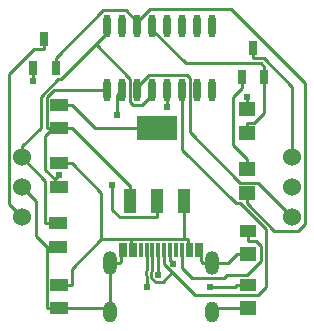
<source format=gtl>
G04 Layer: TopLayer*
G04 EasyEDA v6.5.15, 2022-09-30 09:11:36*
G04 c4fc160ae67e4dbf9a9ecab7d7680e70,7db2125e4611476bb2993bf99425ef50,10*
G04 Gerber Generator version 0.2*
G04 Scale: 100 percent, Rotated: No, Reflected: No *
G04 Dimensions in millimeters *
G04 leading zeros omitted , absolute positions ,4 integer and 5 decimal *
%FSLAX45Y45*%
%MOMM*%

%AMMACRO1*21,1,$1,$2,0,0,$3*%
%ADD10C,0.2540*%
%ADD11R,1.5500X1.0000*%
%ADD12R,0.7000X1.2500*%
%ADD13MACRO1,1.377X1.1325X0.0000*%
%ADD14R,1.3770X1.1325*%
%ADD15R,1.4500X1.1600*%
%ADD16O,0.6020054X1.9709892*%
%ADD17R,1.0922X2.1590*%
%ADD18R,3.5052X2.1590*%
%ADD19R,0.3000X1.3000*%
%ADD20O,1.1999976X1.7999964*%
%ADD21O,1.1999976X1.9999959999999999*%
%ADD22C,1.5240*%
%ADD23C,0.6100*%
%ADD24C,0.0190*%

%LPD*%
D10*
X8506815Y10731423D02*
G01*
X8254136Y10731423D01*
X8004809Y11377599D02*
G01*
X8254136Y11128273D01*
X8254136Y10731423D01*
X9017990Y10638332D02*
G01*
X8987002Y10638332D01*
X8538997Y10638332D02*
G01*
X8506993Y10638332D01*
X7899400Y10348899D02*
G01*
X8004809Y10348899D01*
X8506993Y10638332D02*
G01*
X8506993Y10731245D01*
X8954770Y11020653D02*
G01*
X8954770Y10993120D01*
X8954770Y11056620D02*
G01*
X8954770Y11020653D01*
X8254136Y10731423D02*
G01*
X8004809Y10482097D01*
X8004809Y10348899D01*
X7899400Y11377599D02*
G01*
X8004809Y11377599D01*
X8954770Y10993120D02*
G01*
X8954770Y10920755D01*
X8506993Y10731245D02*
G01*
X8506815Y10731423D01*
X8987002Y10731245D02*
G01*
X8986824Y10731423D01*
X8954770Y10731423D01*
X8954770Y10731423D02*
G01*
X8506815Y10731423D01*
X8987002Y10638332D02*
G01*
X8987002Y10731245D01*
X8954770Y10731423D02*
G01*
X8954770Y10920755D01*
X7867395Y12181331D02*
G01*
X7867395Y12271755D01*
X9486900Y11125200D02*
G01*
X9486900Y11039297D01*
X8559800Y12573457D02*
G01*
X8667216Y12680873D01*
X9352534Y12680873D01*
X9976967Y12056440D01*
X9976967Y10859770D01*
X9923246Y10806049D01*
X9720148Y10806049D01*
X9486900Y11039297D01*
X8559800Y12541758D02*
G01*
X8559800Y12573457D01*
X8559800Y12573457D02*
G01*
X8462543Y12670713D01*
X8266353Y12670713D01*
X7867395Y12271755D01*
X9171660Y10332110D02*
G01*
X9389414Y10332110D01*
X9402825Y10345521D01*
X9499600Y10345521D02*
G01*
X9402825Y10345521D01*
X8638006Y10638332D02*
G01*
X8638006Y10472699D01*
X8629751Y10464444D01*
X8629751Y10430662D01*
X8638006Y10422407D01*
X8638006Y10332110D01*
X9867900Y10922000D02*
G01*
X9578593Y11211305D01*
X9430588Y11211305D01*
X9004300Y11637594D01*
X9004300Y12097410D01*
X8978798Y12122912D01*
X8662441Y12122912D01*
X8559800Y12020270D01*
X8559800Y11994642D01*
X7899400Y11872899D02*
G01*
X8004809Y11872899D01*
X8726170Y11676379D02*
G01*
X8201329Y11676379D01*
X8004809Y11872899D01*
X7772400Y12340844D02*
G01*
X7681975Y12340844D01*
X7472832Y12131700D01*
X7472832Y11031067D01*
X7581900Y10922000D01*
X7772400Y12431268D02*
G01*
X7772400Y12340844D01*
X9537700Y12264644D02*
G01*
X9628124Y12264644D01*
X9867900Y12024868D01*
X9867900Y11430000D01*
X9537700Y12355068D02*
G01*
X9537700Y12264644D01*
X9486900Y11719128D02*
G01*
X9551339Y11719128D01*
X9632695Y11800484D01*
X9632695Y12105131D01*
X9486900Y11633200D02*
G01*
X9486900Y11719128D01*
X8686800Y12541758D02*
G01*
X8686800Y12507163D01*
X8970340Y12223622D01*
X9604629Y12223622D01*
X9632695Y12195555D01*
X9632695Y12105131D02*
G01*
X9632695Y12195555D01*
X9486900Y11328400D02*
G01*
X9486900Y11414328D01*
X9442704Y12105131D02*
G01*
X9442704Y12014708D01*
X9442704Y12014708D02*
G01*
X9369196Y11941200D01*
X9369196Y11532031D01*
X9486900Y11414328D01*
X8813800Y11994642D02*
G01*
X8813800Y11849735D01*
X8838006Y10638332D02*
G01*
X8838006Y10545419D01*
X8838006Y10545419D02*
G01*
X8846565Y10545419D01*
X8865793Y10526191D01*
X8738006Y10638332D02*
G01*
X8738006Y10431729D01*
X9499600Y10802721D02*
G01*
X9499600Y10718190D01*
X9499600Y10718190D02*
G01*
X9562998Y10718190D01*
X9608134Y10673054D01*
X9608134Y10550956D01*
X9487433Y10430255D01*
X9316110Y10430255D01*
X9289262Y10403408D01*
X9022816Y10403408D01*
X8938006Y10488218D01*
X8938006Y10638332D01*
X8330996Y10531475D02*
G01*
X8409050Y10531475D01*
X8422995Y10545419D01*
X8422995Y10638332D02*
G01*
X8422995Y10545419D01*
X9195003Y10113467D02*
G01*
X9233814Y10152278D01*
X9499600Y10152278D01*
X9098000Y10638332D02*
G01*
X9098000Y10591876D01*
X9098000Y10591876D02*
G01*
X9098000Y10545419D01*
X9098000Y10591876D02*
G01*
X9068003Y10621873D01*
X9068003Y10638332D01*
X9098000Y10545419D02*
G01*
X9111945Y10531475D01*
X9195003Y10531475D01*
X9195003Y10531475D02*
G01*
X9324822Y10531475D01*
X9402825Y10609478D01*
X9499600Y10609478D02*
G01*
X9402825Y10609478D01*
X8457996Y10638332D02*
G01*
X8422995Y10638332D01*
X8330996Y10148900D02*
G01*
X8004809Y10148900D01*
X8330996Y10113467D02*
G01*
X8330996Y10148900D01*
X8330996Y10148900D02*
G01*
X8330996Y10531475D01*
X8305800Y11994642D02*
G01*
X7852663Y11994642D01*
X7793812Y11935790D01*
X7793812Y11673078D01*
X7793990Y11672900D01*
X7952104Y10148900D02*
G01*
X8004809Y10148900D01*
X7952104Y10148900D02*
G01*
X7899400Y10148900D01*
X7899400Y10148900D02*
G01*
X7793990Y10148900D01*
X7886700Y10669600D02*
G01*
X7791373Y10669600D01*
X7793990Y10148900D02*
G01*
X7791373Y10151516D01*
X7791373Y10669600D01*
X7791373Y10669600D02*
G01*
X7702524Y10758449D01*
X7702524Y11055375D01*
X7581900Y11176000D01*
X8495029Y11192484D02*
G01*
X8485225Y11192484D01*
X8004809Y11672900D01*
X8495029Y11056620D02*
G01*
X8495029Y11192484D01*
X7899400Y11672900D02*
G01*
X8004809Y11672900D01*
X7899400Y11672900D02*
G01*
X7846695Y11672900D01*
X7846695Y11672900D02*
G01*
X7793990Y11672900D01*
X7846695Y11672900D02*
G01*
X7781493Y11607698D01*
X7781493Y11319687D01*
X7859826Y11241354D01*
X7896097Y11277625D02*
G01*
X7859826Y11241354D01*
X7859826Y11241354D02*
G01*
X7859826Y11217173D01*
X7899400Y11177600D01*
X7677404Y12181331D02*
G01*
X7677404Y12090908D01*
X7677404Y12090908D02*
G01*
X7677404Y12071908D01*
X9486900Y11836400D02*
G01*
X9486900Y11922328D01*
X9486900Y11922328D02*
G01*
X9486900Y11941962D01*
X8856268Y10452887D02*
G01*
X8773566Y10370185D01*
X8715349Y10370185D01*
X8679408Y10406126D01*
X8679408Y10455986D01*
X8687993Y10464571D01*
X8687993Y10638332D01*
X8787993Y10638332D02*
G01*
X8787993Y10521162D01*
X8856268Y10452887D01*
X8856268Y10452887D02*
G01*
X9048343Y10260812D01*
X9581006Y10260812D01*
X9651161Y10330967D01*
X9651161Y10817377D01*
X9431680Y11036858D01*
X9396729Y11036858D01*
X8940800Y11492788D01*
X8940800Y11994642D01*
X8432800Y11994642D02*
G01*
X8389035Y11950877D01*
X8389035Y11787631D01*
X8726170Y10920755D02*
G01*
X8725992Y10920577D01*
X8412327Y10920577D01*
X8347862Y10985042D01*
X8347862Y11196015D01*
X8726170Y11056620D02*
G01*
X8726170Y10920755D01*
X7581900Y11430000D02*
G01*
X7781290Y11230610D01*
X7781290Y10869599D01*
X7886700Y10869599D02*
G01*
X7781290Y10869599D01*
X8305800Y12541758D02*
G01*
X8305800Y12482525D01*
X8206130Y12382855D01*
X8686800Y11994642D02*
G01*
X8686800Y11957151D01*
X8597645Y11867997D01*
X8521623Y11867997D01*
X8496300Y11893321D01*
X8496300Y12092660D01*
X8206130Y12382855D01*
X8206130Y12382855D02*
G01*
X7914030Y12090755D01*
X7891094Y12090755D01*
X7740700Y11940362D01*
X7740700Y11678132D01*
X7581900Y11519331D01*
X7581900Y11430000D01*
D11*
G01*
X7899400Y11872899D03*
G01*
X7899400Y11672900D03*
G01*
X7899400Y11377599D03*
G01*
X7899400Y11177600D03*
G01*
X7886700Y10869599D03*
G01*
X7886700Y10669600D03*
G01*
X7899400Y10348899D03*
G01*
X7899400Y10148900D03*
D12*
G01*
X7772400Y12431268D03*
G01*
X7867395Y12181331D03*
G01*
X7677404Y12181331D03*
G01*
X9537700Y12355068D03*
G01*
X9632695Y12105131D03*
G01*
X9442704Y12105131D03*
D13*
G01*
X9499600Y10609473D03*
D14*
G01*
X9499600Y10802721D03*
D13*
G01*
X9499600Y10152273D03*
D14*
G01*
X9499600Y10345521D03*
D15*
G01*
X9486900Y11836400D03*
G01*
X9486900Y11633200D03*
G01*
X9486900Y11328400D03*
G01*
X9486900Y11125200D03*
D16*
G01*
X8305800Y11994642D03*
G01*
X8432800Y11994642D03*
G01*
X8559800Y11994642D03*
G01*
X8686800Y11994642D03*
G01*
X8813800Y11994642D03*
G01*
X8940800Y11994642D03*
G01*
X9067800Y11994642D03*
G01*
X9194800Y11994642D03*
G01*
X8305800Y12541758D03*
G01*
X8432800Y12541758D03*
G01*
X8559800Y12541758D03*
G01*
X8686800Y12541758D03*
G01*
X8813800Y12541758D03*
G01*
X8940800Y12541758D03*
G01*
X9067800Y12541758D03*
G01*
X9194800Y12541758D03*
D17*
G01*
X8495029Y11056620D03*
G01*
X8726170Y11056620D03*
G01*
X8954770Y11056620D03*
D18*
G01*
X8726170Y11676379D03*
D19*
G01*
X8422995Y10638332D03*
G01*
X8457996Y10638332D03*
G01*
X8506993Y10638332D03*
G01*
X8538997Y10638332D03*
G01*
X8987002Y10638332D03*
G01*
X9017990Y10638332D03*
G01*
X9068003Y10638332D03*
G01*
X9098000Y10638332D03*
G01*
X8587993Y10638332D03*
G01*
X8638006Y10638332D03*
G01*
X8687993Y10638332D03*
G01*
X8738006Y10638332D03*
G01*
X8787993Y10638332D03*
G01*
X8838006Y10638332D03*
G01*
X8887968Y10638332D03*
G01*
X8938006Y10638332D03*
D20*
G01*
X9195003Y10113467D03*
D21*
G01*
X9195003Y10531475D03*
G01*
X8330996Y10531475D03*
D20*
G01*
X8330996Y10113467D03*
D22*
G01*
X7581900Y11430000D03*
G01*
X7581900Y11176000D03*
G01*
X7581900Y10922000D03*
G01*
X9867900Y11430000D03*
G01*
X9867900Y11176000D03*
G01*
X9867900Y10922000D03*
D23*
G01*
X8347862Y11196015D03*
G01*
X8389035Y11787631D03*
G01*
X7677404Y12071908D03*
G01*
X9486900Y11941962D03*
G01*
X7896097Y11277625D03*
G01*
X8738006Y10431729D03*
G01*
X8813800Y11849735D03*
G01*
X8865793Y10526191D03*
G01*
X9171660Y10332110D03*
G01*
X8638006Y10332110D03*
M02*

</source>
